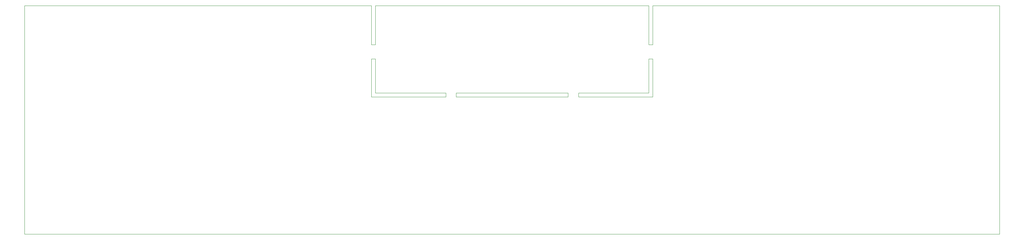
<source format=gbr>
G04 #@! TF.GenerationSoftware,KiCad,Pcbnew,5.0.2-bee76a0~70~ubuntu18.04.1*
G04 #@! TF.CreationDate,2019-04-01T12:32:04+02:00*
G04 #@! TF.ProjectId,footswitch,666f6f74-7377-4697-9463-682e6b696361,rev?*
G04 #@! TF.SameCoordinates,PX1ae5c80PY3d0c318*
G04 #@! TF.FileFunction,Profile,NP*
%FSLAX46Y46*%
G04 Gerber Fmt 4.6, Leading zero omitted, Abs format (unit mm)*
G04 Created by KiCad (PCBNEW 5.0.2-bee76a0~70~ubuntu18.04.1) date Mon 01 Apr 2019 12:32:04 PM CEST*
%MOMM*%
%LPD*%
G01*
G04 APERTURE LIST*
%ADD10C,0.100000*%
G04 APERTURE END LIST*
D10*
X156157334Y-16359324D02*
X137177374Y-16359324D01*
X155160536Y-15359485D02*
X137180550Y-15359485D01*
X134537960Y-16358798D02*
X105862880Y-16358798D01*
X134537960Y-15358706D02*
X105862880Y-15358706D01*
X156157334Y-16359324D02*
X156157334Y-6609080D01*
X155160536Y-15359485D02*
X155160536Y-6609080D01*
X84240442Y-16359324D02*
X84240442Y-6609080D01*
X85240534Y-15359485D02*
X85240534Y-6609080D01*
X134537960Y-16358798D02*
X134537960Y-15358706D01*
X137180320Y-16358798D02*
X137180320Y-15358706D01*
X105862880Y-16358798D02*
X105862880Y-15358706D01*
X103220520Y-16358798D02*
X103220520Y-15358706D01*
X155160536Y-6609080D02*
X156157334Y-6609080D01*
X155160536Y-3002280D02*
X156160442Y-3002280D01*
X84240442Y-3002280D02*
X85240534Y-3002280D01*
X84240442Y-6609080D02*
X85240534Y-6609080D01*
X85240534Y-3002280D02*
X85240534Y6997054D01*
X85240534Y6997054D02*
X155160536Y6997054D01*
X155160536Y6997054D02*
X155160536Y-3002280D01*
X103220520Y-15359485D02*
X85240534Y-15359485D01*
X84240442Y-3002280D02*
X84240442Y7000563D01*
X84240442Y7000563D02*
X-4499561Y7000563D01*
X-4499561Y7000563D02*
X-4499561Y-51495040D01*
X-4499561Y-51495040D02*
X244900444Y-51495040D01*
X244900444Y-51495040D02*
X244900444Y7000563D01*
X244900444Y7000563D02*
X156160442Y7000563D01*
X156160442Y7000563D02*
X156160442Y-3002280D01*
X103220520Y-16359324D02*
X84240560Y-16359324D01*
M02*

</source>
